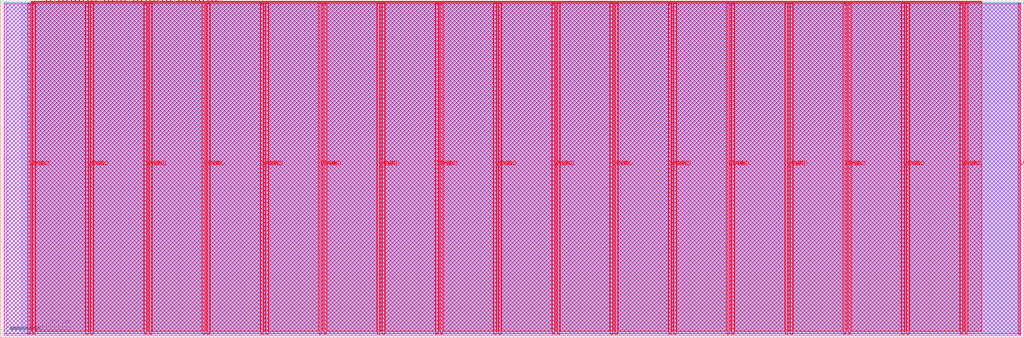
<source format=lef>
VERSION 5.7 ;
  NOWIREEXTENSIONATPIN ON ;
  DIVIDERCHAR "/" ;
  BUSBITCHARS "[]" ;
MACRO tt_um_femto
  CLASS BLOCK ;
  FOREIGN tt_um_femto ;
  ORIGIN 0.000 0.000 ;
  SIZE 682.640 BY 225.760 ;
  PIN VGND
    DIRECTION INOUT ;
    USE GROUND ;
    PORT
      LAYER met4 ;
        RECT 21.580 2.480 23.180 223.280 ;
    END
    PORT
      LAYER met4 ;
        RECT 60.450 2.480 62.050 223.280 ;
    END
    PORT
      LAYER met4 ;
        RECT 99.320 2.480 100.920 223.280 ;
    END
    PORT
      LAYER met4 ;
        RECT 138.190 2.480 139.790 223.280 ;
    END
    PORT
      LAYER met4 ;
        RECT 177.060 2.480 178.660 223.280 ;
    END
    PORT
      LAYER met4 ;
        RECT 215.930 2.480 217.530 223.280 ;
    END
    PORT
      LAYER met4 ;
        RECT 254.800 2.480 256.400 223.280 ;
    END
    PORT
      LAYER met4 ;
        RECT 293.670 2.480 295.270 223.280 ;
    END
    PORT
      LAYER met4 ;
        RECT 332.540 2.480 334.140 223.280 ;
    END
    PORT
      LAYER met4 ;
        RECT 371.410 2.480 373.010 223.280 ;
    END
    PORT
      LAYER met4 ;
        RECT 410.280 2.480 411.880 223.280 ;
    END
    PORT
      LAYER met4 ;
        RECT 449.150 2.480 450.750 223.280 ;
    END
    PORT
      LAYER met4 ;
        RECT 488.020 2.480 489.620 223.280 ;
    END
    PORT
      LAYER met4 ;
        RECT 526.890 2.480 528.490 223.280 ;
    END
    PORT
      LAYER met4 ;
        RECT 565.760 2.480 567.360 223.280 ;
    END
    PORT
      LAYER met4 ;
        RECT 604.630 2.480 606.230 223.280 ;
    END
    PORT
      LAYER met4 ;
        RECT 643.500 2.480 645.100 223.280 ;
    END
  END VGND
  PIN VPWR
    DIRECTION INOUT ;
    USE POWER ;
    PORT
      LAYER met4 ;
        RECT 18.280 2.480 19.880 223.280 ;
    END
    PORT
      LAYER met4 ;
        RECT 57.150 2.480 58.750 223.280 ;
    END
    PORT
      LAYER met4 ;
        RECT 96.020 2.480 97.620 223.280 ;
    END
    PORT
      LAYER met4 ;
        RECT 134.890 2.480 136.490 223.280 ;
    END
    PORT
      LAYER met4 ;
        RECT 173.760 2.480 175.360 223.280 ;
    END
    PORT
      LAYER met4 ;
        RECT 212.630 2.480 214.230 223.280 ;
    END
    PORT
      LAYER met4 ;
        RECT 251.500 2.480 253.100 223.280 ;
    END
    PORT
      LAYER met4 ;
        RECT 290.370 2.480 291.970 223.280 ;
    END
    PORT
      LAYER met4 ;
        RECT 329.240 2.480 330.840 223.280 ;
    END
    PORT
      LAYER met4 ;
        RECT 368.110 2.480 369.710 223.280 ;
    END
    PORT
      LAYER met4 ;
        RECT 406.980 2.480 408.580 223.280 ;
    END
    PORT
      LAYER met4 ;
        RECT 445.850 2.480 447.450 223.280 ;
    END
    PORT
      LAYER met4 ;
        RECT 484.720 2.480 486.320 223.280 ;
    END
    PORT
      LAYER met4 ;
        RECT 523.590 2.480 525.190 223.280 ;
    END
    PORT
      LAYER met4 ;
        RECT 562.460 2.480 564.060 223.280 ;
    END
    PORT
      LAYER met4 ;
        RECT 601.330 2.480 602.930 223.280 ;
    END
    PORT
      LAYER met4 ;
        RECT 640.200 2.480 641.800 223.280 ;
    END
    PORT
      LAYER met4 ;
        RECT 679.070 2.480 680.670 223.280 ;
    END
  END VPWR
  PIN clk
    DIRECTION INPUT ;
    USE SIGNAL ;
    ANTENNAGATEAREA 0.852000 ;
    PORT
      LAYER met4 ;
        RECT 143.830 224.760 144.130 225.760 ;
    END
  END clk
  PIN ena
    DIRECTION INPUT ;
    USE SIGNAL ;
    PORT
      LAYER met4 ;
        RECT 146.590 224.760 146.890 225.760 ;
    END
  END ena
  PIN rst_n
    DIRECTION INPUT ;
    USE SIGNAL ;
    ANTENNAGATEAREA 0.196500 ;
    PORT
      LAYER met4 ;
        RECT 141.070 224.760 141.370 225.760 ;
    END
  END rst_n
  PIN ui_in[0]
    DIRECTION INPUT ;
    USE SIGNAL ;
    ANTENNAGATEAREA 0.196500 ;
    PORT
      LAYER met4 ;
        RECT 138.310 224.760 138.610 225.760 ;
    END
  END ui_in[0]
  PIN ui_in[1]
    DIRECTION INPUT ;
    USE SIGNAL ;
    ANTENNAGATEAREA 0.196500 ;
    PORT
      LAYER met4 ;
        RECT 135.550 224.760 135.850 225.760 ;
    END
  END ui_in[1]
  PIN ui_in[2]
    DIRECTION INPUT ;
    USE SIGNAL ;
    ANTENNAGATEAREA 0.196500 ;
    PORT
      LAYER met4 ;
        RECT 132.790 224.760 133.090 225.760 ;
    END
  END ui_in[2]
  PIN ui_in[3]
    DIRECTION INPUT ;
    USE SIGNAL ;
    PORT
      LAYER met4 ;
        RECT 130.030 224.760 130.330 225.760 ;
    END
  END ui_in[3]
  PIN ui_in[4]
    DIRECTION INPUT ;
    USE SIGNAL ;
    PORT
      LAYER met4 ;
        RECT 127.270 224.760 127.570 225.760 ;
    END
  END ui_in[4]
  PIN ui_in[5]
    DIRECTION INPUT ;
    USE SIGNAL ;
    PORT
      LAYER met4 ;
        RECT 124.510 224.760 124.810 225.760 ;
    END
  END ui_in[5]
  PIN ui_in[6]
    DIRECTION INPUT ;
    USE SIGNAL ;
    PORT
      LAYER met4 ;
        RECT 121.750 224.760 122.050 225.760 ;
    END
  END ui_in[6]
  PIN ui_in[7]
    DIRECTION INPUT ;
    USE SIGNAL ;
    PORT
      LAYER met4 ;
        RECT 118.990 224.760 119.290 225.760 ;
    END
  END ui_in[7]
  PIN uio_in[0]
    DIRECTION INPUT ;
    USE SIGNAL ;
    PORT
      LAYER met4 ;
        RECT 116.230 224.760 116.530 225.760 ;
    END
  END uio_in[0]
  PIN uio_in[1]
    DIRECTION INPUT ;
    USE SIGNAL ;
    PORT
      LAYER met4 ;
        RECT 113.470 224.760 113.770 225.760 ;
    END
  END uio_in[1]
  PIN uio_in[2]
    DIRECTION INPUT ;
    USE SIGNAL ;
    PORT
      LAYER met4 ;
        RECT 110.710 224.760 111.010 225.760 ;
    END
  END uio_in[2]
  PIN uio_in[3]
    DIRECTION INPUT ;
    USE SIGNAL ;
    PORT
      LAYER met4 ;
        RECT 107.950 224.760 108.250 225.760 ;
    END
  END uio_in[3]
  PIN uio_in[4]
    DIRECTION INPUT ;
    USE SIGNAL ;
    PORT
      LAYER met4 ;
        RECT 105.190 224.760 105.490 225.760 ;
    END
  END uio_in[4]
  PIN uio_in[5]
    DIRECTION INPUT ;
    USE SIGNAL ;
    PORT
      LAYER met4 ;
        RECT 102.430 224.760 102.730 225.760 ;
    END
  END uio_in[5]
  PIN uio_in[6]
    DIRECTION INPUT ;
    USE SIGNAL ;
    PORT
      LAYER met4 ;
        RECT 99.670 224.760 99.970 225.760 ;
    END
  END uio_in[6]
  PIN uio_in[7]
    DIRECTION INPUT ;
    USE SIGNAL ;
    PORT
      LAYER met4 ;
        RECT 96.910 224.760 97.210 225.760 ;
    END
  END uio_in[7]
  PIN uio_oe[0]
    DIRECTION OUTPUT ;
    USE SIGNAL ;
    PORT
      LAYER met4 ;
        RECT 49.990 224.760 50.290 225.760 ;
    END
  END uio_oe[0]
  PIN uio_oe[1]
    DIRECTION OUTPUT ;
    USE SIGNAL ;
    PORT
      LAYER met4 ;
        RECT 47.230 224.760 47.530 225.760 ;
    END
  END uio_oe[1]
  PIN uio_oe[2]
    DIRECTION OUTPUT ;
    USE SIGNAL ;
    PORT
      LAYER met4 ;
        RECT 44.470 224.760 44.770 225.760 ;
    END
  END uio_oe[2]
  PIN uio_oe[3]
    DIRECTION OUTPUT ;
    USE SIGNAL ;
    PORT
      LAYER met4 ;
        RECT 41.710 224.760 42.010 225.760 ;
    END
  END uio_oe[3]
  PIN uio_oe[4]
    DIRECTION OUTPUT ;
    USE SIGNAL ;
    PORT
      LAYER met4 ;
        RECT 38.950 224.760 39.250 225.760 ;
    END
  END uio_oe[4]
  PIN uio_oe[5]
    DIRECTION OUTPUT ;
    USE SIGNAL ;
    PORT
      LAYER met4 ;
        RECT 36.190 224.760 36.490 225.760 ;
    END
  END uio_oe[5]
  PIN uio_oe[6]
    DIRECTION OUTPUT ;
    USE SIGNAL ;
    PORT
      LAYER met4 ;
        RECT 33.430 224.760 33.730 225.760 ;
    END
  END uio_oe[6]
  PIN uio_oe[7]
    DIRECTION OUTPUT ;
    USE SIGNAL ;
    PORT
      LAYER met4 ;
        RECT 30.670 224.760 30.970 225.760 ;
    END
  END uio_oe[7]
  PIN uio_out[0]
    DIRECTION OUTPUT ;
    USE SIGNAL ;
    PORT
      LAYER met4 ;
        RECT 72.070 224.760 72.370 225.760 ;
    END
  END uio_out[0]
  PIN uio_out[1]
    DIRECTION OUTPUT ;
    USE SIGNAL ;
    PORT
      LAYER met4 ;
        RECT 69.310 224.760 69.610 225.760 ;
    END
  END uio_out[1]
  PIN uio_out[2]
    DIRECTION OUTPUT ;
    USE SIGNAL ;
    PORT
      LAYER met4 ;
        RECT 66.550 224.760 66.850 225.760 ;
    END
  END uio_out[2]
  PIN uio_out[3]
    DIRECTION OUTPUT ;
    USE SIGNAL ;
    PORT
      LAYER met4 ;
        RECT 63.790 224.760 64.090 225.760 ;
    END
  END uio_out[3]
  PIN uio_out[4]
    DIRECTION OUTPUT ;
    USE SIGNAL ;
    PORT
      LAYER met4 ;
        RECT 61.030 224.760 61.330 225.760 ;
    END
  END uio_out[4]
  PIN uio_out[5]
    DIRECTION OUTPUT ;
    USE SIGNAL ;
    PORT
      LAYER met4 ;
        RECT 58.270 224.760 58.570 225.760 ;
    END
  END uio_out[5]
  PIN uio_out[6]
    DIRECTION OUTPUT ;
    USE SIGNAL ;
    PORT
      LAYER met4 ;
        RECT 55.510 224.760 55.810 225.760 ;
    END
  END uio_out[6]
  PIN uio_out[7]
    DIRECTION OUTPUT ;
    USE SIGNAL ;
    PORT
      LAYER met4 ;
        RECT 52.750 224.760 53.050 225.760 ;
    END
  END uio_out[7]
  PIN uo_out[0]
    DIRECTION OUTPUT ;
    USE SIGNAL ;
    ANTENNADIFFAREA 0.795200 ;
    PORT
      LAYER met4 ;
        RECT 94.150 224.760 94.450 225.760 ;
    END
  END uo_out[0]
  PIN uo_out[1]
    DIRECTION OUTPUT ;
    USE SIGNAL ;
    ANTENNADIFFAREA 0.445500 ;
    PORT
      LAYER met4 ;
        RECT 91.390 224.760 91.690 225.760 ;
    END
  END uo_out[1]
  PIN uo_out[2]
    DIRECTION OUTPUT ;
    USE SIGNAL ;
    ANTENNADIFFAREA 0.795200 ;
    PORT
      LAYER met4 ;
        RECT 88.630 224.760 88.930 225.760 ;
    END
  END uo_out[2]
  PIN uo_out[3]
    DIRECTION OUTPUT ;
    USE SIGNAL ;
    ANTENNADIFFAREA 0.445500 ;
    PORT
      LAYER met4 ;
        RECT 85.870 224.760 86.170 225.760 ;
    END
  END uo_out[3]
  PIN uo_out[4]
    DIRECTION OUTPUT ;
    USE SIGNAL ;
    ANTENNADIFFAREA 0.795200 ;
    PORT
      LAYER met4 ;
        RECT 83.110 224.760 83.410 225.760 ;
    END
  END uo_out[4]
  PIN uo_out[5]
    DIRECTION OUTPUT ;
    USE SIGNAL ;
    ANTENNADIFFAREA 0.445500 ;
    PORT
      LAYER met4 ;
        RECT 80.350 224.760 80.650 225.760 ;
    END
  END uo_out[5]
  PIN uo_out[6]
    DIRECTION OUTPUT ;
    USE SIGNAL ;
    ANTENNADIFFAREA 0.445500 ;
    PORT
      LAYER met4 ;
        RECT 77.590 224.760 77.890 225.760 ;
    END
  END uo_out[6]
  PIN uo_out[7]
    DIRECTION OUTPUT ;
    USE SIGNAL ;
    ANTENNADIFFAREA 0.795200 ;
    PORT
      LAYER met4 ;
        RECT 74.830 224.760 75.130 225.760 ;
    END
  END uo_out[7]
  OBS
      LAYER nwell ;
        RECT 2.570 2.635 680.070 223.230 ;
      LAYER li1 ;
        RECT 2.760 2.635 679.880 223.125 ;
      LAYER met1 ;
        RECT 2.760 1.400 680.670 224.020 ;
      LAYER met2 ;
        RECT 4.240 1.370 680.640 224.245 ;
      LAYER met3 ;
        RECT 14.325 2.555 680.660 224.225 ;
      LAYER met4 ;
        RECT 20.535 224.360 30.270 224.760 ;
        RECT 31.370 224.360 33.030 224.760 ;
        RECT 34.130 224.360 35.790 224.760 ;
        RECT 36.890 224.360 38.550 224.760 ;
        RECT 39.650 224.360 41.310 224.760 ;
        RECT 42.410 224.360 44.070 224.760 ;
        RECT 45.170 224.360 46.830 224.760 ;
        RECT 47.930 224.360 49.590 224.760 ;
        RECT 50.690 224.360 52.350 224.760 ;
        RECT 53.450 224.360 55.110 224.760 ;
        RECT 56.210 224.360 57.870 224.760 ;
        RECT 58.970 224.360 60.630 224.760 ;
        RECT 61.730 224.360 63.390 224.760 ;
        RECT 64.490 224.360 66.150 224.760 ;
        RECT 67.250 224.360 68.910 224.760 ;
        RECT 70.010 224.360 71.670 224.760 ;
        RECT 72.770 224.360 74.430 224.760 ;
        RECT 75.530 224.360 77.190 224.760 ;
        RECT 78.290 224.360 79.950 224.760 ;
        RECT 81.050 224.360 82.710 224.760 ;
        RECT 83.810 224.360 85.470 224.760 ;
        RECT 86.570 224.360 88.230 224.760 ;
        RECT 89.330 224.360 90.990 224.760 ;
        RECT 92.090 224.360 93.750 224.760 ;
        RECT 94.850 224.360 96.510 224.760 ;
        RECT 97.610 224.360 99.270 224.760 ;
        RECT 100.370 224.360 102.030 224.760 ;
        RECT 103.130 224.360 104.790 224.760 ;
        RECT 105.890 224.360 107.550 224.760 ;
        RECT 108.650 224.360 110.310 224.760 ;
        RECT 111.410 224.360 113.070 224.760 ;
        RECT 114.170 224.360 115.830 224.760 ;
        RECT 116.930 224.360 118.590 224.760 ;
        RECT 119.690 224.360 121.350 224.760 ;
        RECT 122.450 224.360 124.110 224.760 ;
        RECT 125.210 224.360 126.870 224.760 ;
        RECT 127.970 224.360 129.630 224.760 ;
        RECT 130.730 224.360 132.390 224.760 ;
        RECT 133.490 224.360 135.150 224.760 ;
        RECT 136.250 224.360 137.910 224.760 ;
        RECT 139.010 224.360 140.670 224.760 ;
        RECT 141.770 224.360 143.430 224.760 ;
        RECT 144.530 224.360 146.190 224.760 ;
        RECT 147.290 224.360 654.745 224.760 ;
        RECT 20.535 223.680 654.745 224.360 ;
        RECT 20.535 4.255 21.180 223.680 ;
        RECT 23.580 4.255 56.750 223.680 ;
        RECT 59.150 4.255 60.050 223.680 ;
        RECT 62.450 4.255 95.620 223.680 ;
        RECT 98.020 4.255 98.920 223.680 ;
        RECT 101.320 4.255 134.490 223.680 ;
        RECT 136.890 4.255 137.790 223.680 ;
        RECT 140.190 4.255 173.360 223.680 ;
        RECT 175.760 4.255 176.660 223.680 ;
        RECT 179.060 4.255 212.230 223.680 ;
        RECT 214.630 4.255 215.530 223.680 ;
        RECT 217.930 4.255 251.100 223.680 ;
        RECT 253.500 4.255 254.400 223.680 ;
        RECT 256.800 4.255 289.970 223.680 ;
        RECT 292.370 4.255 293.270 223.680 ;
        RECT 295.670 4.255 328.840 223.680 ;
        RECT 331.240 4.255 332.140 223.680 ;
        RECT 334.540 4.255 367.710 223.680 ;
        RECT 370.110 4.255 371.010 223.680 ;
        RECT 373.410 4.255 406.580 223.680 ;
        RECT 408.980 4.255 409.880 223.680 ;
        RECT 412.280 4.255 445.450 223.680 ;
        RECT 447.850 4.255 448.750 223.680 ;
        RECT 451.150 4.255 484.320 223.680 ;
        RECT 486.720 4.255 487.620 223.680 ;
        RECT 490.020 4.255 523.190 223.680 ;
        RECT 525.590 4.255 526.490 223.680 ;
        RECT 528.890 4.255 562.060 223.680 ;
        RECT 564.460 4.255 565.360 223.680 ;
        RECT 567.760 4.255 600.930 223.680 ;
        RECT 603.330 4.255 604.230 223.680 ;
        RECT 606.630 4.255 639.800 223.680 ;
        RECT 642.200 4.255 643.100 223.680 ;
        RECT 645.500 4.255 654.745 223.680 ;
  END
END tt_um_femto
END LIBRARY


</source>
